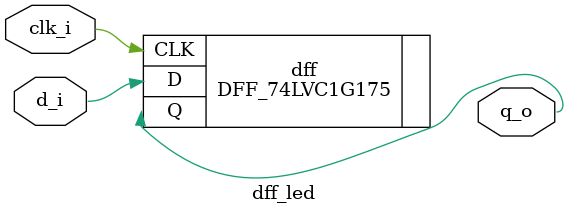
<source format=v>

module dff_led (
  input  clk_i,
  input  d_i,
  output q_o
);
  DFF_74LVC1G175 dff (
    .CLK ( clk_i ),
    .D   ( d_i   ),
    .Q   ( q_o   )
  );
endmodule

</source>
